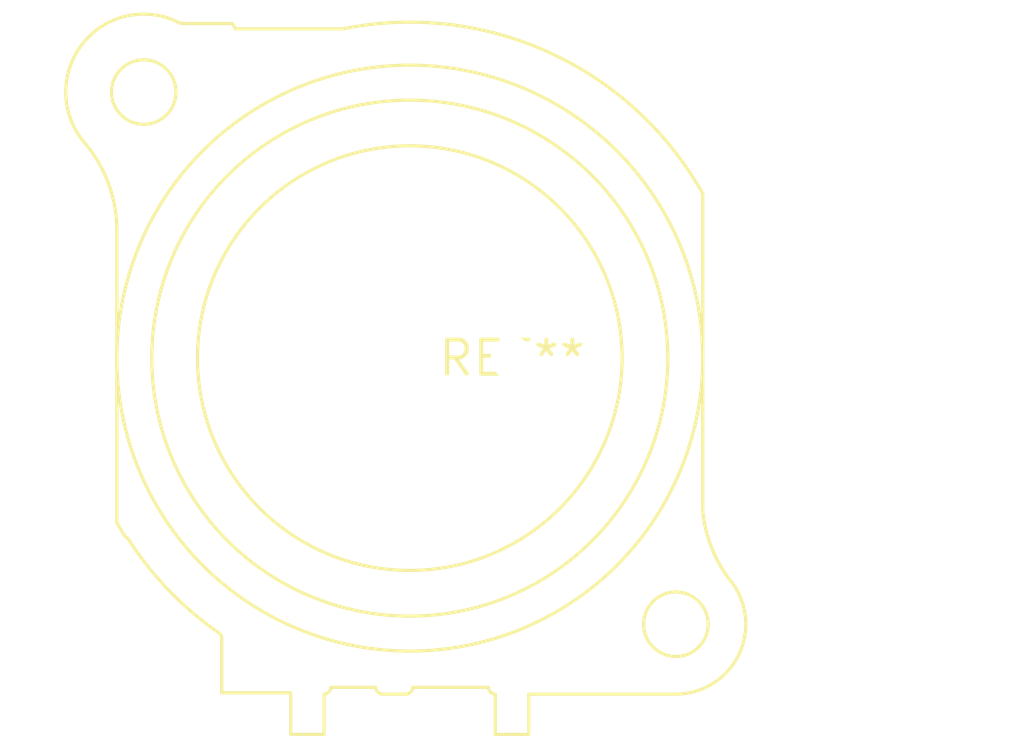
<source format=kicad_pcb>
(kicad_pcb (version 20240108) (generator pcbnew)
  (layers (0 "F.Cu" signal) (31 "B.Cu" signal) (34 "B.Paste" user) (35 "F.Paste" user) (36 "B.SilkS" user "B.Silkscreen") (37 "F.SilkS" user "F.Silkscreen") (38 "B.Mask" user) (39 "F.Mask" user) (44 "Edge.Cuts" user))
  (net 0 "")
  (footprint "Jack_XLR_Neutrik_NC3FBV1-DA_Vertical" (layer "F.Cu") (at 0 0)
    (property "Reference" "REF**")
    (property "Value" "Jack_XLR_Neutrik_NC3FBV1-DA_Vertical")
    (fp_line (start -14.71 -4.76) (end -14.71 6.12) (layer "F.SilkS") (stroke (width 0.12)))
    (fp_line (start -14.71 6.12) (end -14.43 6.6) (layer "F.SilkS") (stroke (width 0.12)))
    (fp_line (start -10.81 10.39) (end -10.81 12.45) (layer "F.SilkS") (stroke (width 0.12)))
    (fp_line (start -10.81 12.45) (end -8.24 12.45) (layer "F.SilkS") (stroke (width 0.12)))
    (fp_line (start -10.41 -12.45) (end -12.33 -12.45) (layer "F.SilkS") (stroke (width 0.12)))
    (fp_line (start -10.29 -12.25) (end -10.41 -12.45) (layer "F.SilkS") (stroke (width 0.12)))
    (fp_line (start -8.24 12.45) (end -8.24 14) (layer "F.SilkS") (stroke (width 0.12)))
    (fp_line (start -7 14) (end -8.24 14) (layer "F.SilkS") (stroke (width 0.12)))
    (fp_line (start -7 14) (end -7 12.5) (layer "F.SilkS") (stroke (width 0.12)))
    (fp_line (start -6.75 12.25) (end -5.07 12.25) (layer "F.SilkS") (stroke (width 0.12)))
    (fp_line (start -6.3 -12.25) (end -10.29 -12.25) (layer "F.SilkS") (stroke (width 0.12)))
    (fp_line (start -4.82 12.5) (end -3.95 12.5) (layer "F.SilkS") (stroke (width 0.12)))
    (fp_line (start -3.7 12.25) (end -0.88 12.25) (layer "F.SilkS") (stroke (width 0.12)))
    (fp_line (start -0.63 12.5) (end -0.63 14) (layer "F.SilkS") (stroke (width 0.12)))
    (fp_line (start 0.62 12.5) (end 6.09 12.5) (layer "F.SilkS") (stroke (width 0.12)))
    (fp_line (start 0.62 14) (end -0.63 14) (layer "F.SilkS") (stroke (width 0.12)))
    (fp_line (start 0.62 14) (end 0.62 12.5) (layer "F.SilkS") (stroke (width 0.12)))
    (fp_line (start 7.09 5.67) (end 7.09 -6.12) (layer "F.SilkS") (stroke (width 0.12)))
    (fp_arc (start -15.916051 -8.020379) (mid -15.021177 -6.498148) (end -14.71 -4.76) (layer "F.SilkS") (stroke (width 0.12)))
    (fp_arc (start -15.908884 -8.010077) (mid -15.967404 -11.719623) (end -12.33 -12.45) (layer "F.SilkS") (stroke (width 0.12)))
    (fp_arc (start -14.313753 6.685219) (mid -14.379716 6.653303) (end -14.43 6.6) (layer "F.SilkS") (stroke (width 0.12)))
    (fp_arc (start -10.879208 10.248532) (mid -12.772983 8.641241) (end -14.31 6.69) (layer "F.SilkS") (stroke (width 0.12)))
    (fp_arc (start -10.874359 10.252686) (mid -10.828679 10.315015) (end -10.81 10.39) (layer "F.SilkS") (stroke (width 0.12)))
    (fp_arc (start -6.75 12.25) (mid -6.823223 12.426777) (end -7 12.5) (layer "F.SilkS") (stroke (width 0.12)))
    (fp_arc (start -6.283571 -12.253402) (mid 1.401126 -11.362596) (end 7.09 -6.12) (layer "F.SilkS") (stroke (width 0.12)))
    (fp_arc (start -4.82 12.5) (mid -4.996777 12.426777) (end -5.07 12.25) (layer "F.SilkS") (stroke (width 0.12)))
    (fp_arc (start -3.7 12.25) (mid -3.773223 12.426777) (end -3.95 12.5) (layer "F.SilkS") (stroke (width 0.12)))
    (fp_arc (start -0.63 12.5) (mid -0.806777 12.426777) (end -0.88 12.25) (layer "F.SilkS") (stroke (width 0.12)))
    (fp_arc (start 8.110579 8.263767) (mid 8.436721 11.019329) (end 6.09 12.5) (layer "F.SilkS") (stroke (width 0.12)))
    (fp_arc (start 8.111727 8.266808) (mid 7.416073 7.041111) (end 7.09 5.67) (layer "F.SilkS") (stroke (width 0.12)))
    (fp_circle (center -13.71 -9.9) (end -12.51 -9.9) (layer "F.SilkS") (stroke (width 0.12)) (fill none))
    (fp_circle (center -3.81 0) (end 4.09 0) (layer "F.SilkS") (stroke (width 0.12)) (fill none))
    (fp_circle (center -3.81 0) (end 5.79 0) (layer "F.SilkS") (stroke (width 0.12)) (fill none))
    (fp_circle (center -3.81 0) (end 7.09 0) (layer "F.SilkS") (stroke (width 0.12)) (fill none))
    (fp_circle (center 6.09 9.9) (end 7.29 9.9) (layer "F.SilkS") (stroke (width 0.12)) (fill none))
    (pad "1" thru_hole circle (at 0 0) (size 3.4 3.4) (drill 1.6) (layers *.Cu *.Mask) (remove_unused_layers))
    (pad "2" thru_hole circle (at -7.62 0) (size 3.4 3.4) (drill 1.6) (layers *.Cu *.Mask) (remove_unused_layers))
    (pad "3" thru_hole circle (at -3.81 4.45) (size 2.9 2.9) (drill 1.2) (layers *.Cu *.Mask) (remove_unused_layers))
  )
)
</source>
